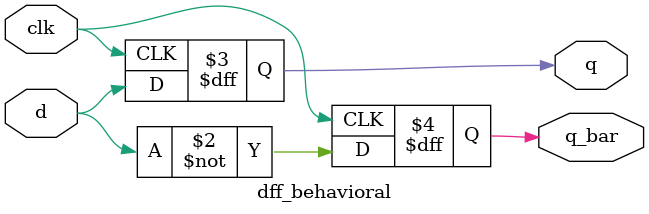
<source format=v>
module dff_behavioral (q, q_bar, clk, d);

output reg q, q_bar;
input clk, d;

always @ (posedge clk)
begin
	q <= d;
	q_bar <= ~d;
end

endmodule
</source>
